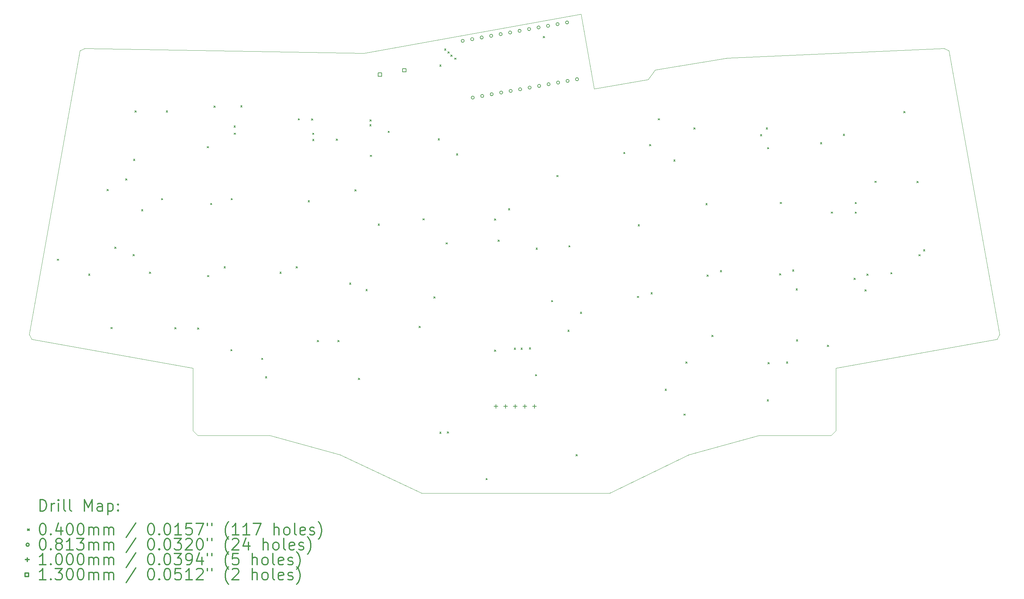
<source format=gbr>
%FSLAX45Y45*%
G04 Gerber Fmt 4.5, Leading zero omitted, Abs format (unit mm)*
G04 Created by KiCad (PCBNEW (5.1.12)-1) date 2022-03-16 07:26:37*
%MOMM*%
%LPD*%
G01*
G04 APERTURE LIST*
%TA.AperFunction,Profile*%
%ADD10C,0.050000*%
%TD*%
%ADD11C,0.200000*%
%ADD12C,0.300000*%
G04 APERTURE END LIST*
D10*
X23241000Y-13081000D02*
X23368000Y-12954000D01*
X10287000Y-13589000D02*
X12446000Y-14605000D01*
X8445500Y-13081000D02*
X10287000Y-13589000D01*
X6540500Y-13081000D02*
X8445500Y-13081000D01*
X6413500Y-12954000D02*
X6540500Y-13081000D01*
X6413500Y-11303000D02*
X6413500Y-12954000D01*
X2159000Y-10541000D02*
X6413500Y-11303000D01*
X2095500Y-10414000D02*
X2159000Y-10541000D01*
X3429000Y-2921000D02*
X2095500Y-10414000D01*
X3556000Y-2857500D02*
X3429000Y-2921000D01*
X10922000Y-2984500D02*
X3556000Y-2857500D01*
X16649700Y-1955800D02*
X10922000Y-2984500D01*
X16998950Y-3930650D02*
X16649700Y-1955800D01*
X18415000Y-3683000D02*
X16998950Y-3930650D01*
X18605500Y-3429000D02*
X18415000Y-3683000D01*
X20510500Y-3111500D02*
X18605500Y-3429000D01*
X26225500Y-2857500D02*
X20510500Y-3111500D01*
X26352500Y-2921000D02*
X26225500Y-2857500D01*
X27686000Y-10414000D02*
X26352500Y-2921000D01*
X27622500Y-10541000D02*
X27686000Y-10414000D01*
X23368000Y-11303000D02*
X27622500Y-10541000D01*
X23368000Y-12954000D02*
X23368000Y-11303000D01*
X21336000Y-13081000D02*
X23241000Y-13081000D01*
X19494500Y-13589000D02*
X21336000Y-13081000D01*
X17399000Y-14605000D02*
X19494500Y-13589000D01*
X12446000Y-14605000D02*
X17399000Y-14605000D01*
D11*
X2831150Y-8419150D02*
X2871150Y-8459150D01*
X2871150Y-8419150D02*
X2831150Y-8459150D01*
X3656650Y-8812850D02*
X3696650Y-8852850D01*
X3696650Y-8812850D02*
X3656650Y-8852850D01*
X4145600Y-6577650D02*
X4185600Y-6617650D01*
X4185600Y-6577650D02*
X4145600Y-6617650D01*
X4247200Y-10222550D02*
X4287200Y-10262550D01*
X4287200Y-10222550D02*
X4247200Y-10262550D01*
X4348800Y-8101650D02*
X4388800Y-8141650D01*
X4388800Y-8101650D02*
X4348800Y-8141650D01*
X4634550Y-6298250D02*
X4674550Y-6338250D01*
X4674550Y-6298250D02*
X4634550Y-6338250D01*
X4831400Y-8298500D02*
X4871400Y-8338500D01*
X4871400Y-8298500D02*
X4831400Y-8338500D01*
X4844100Y-5783900D02*
X4884100Y-5823900D01*
X4884100Y-5783900D02*
X4844100Y-5823900D01*
X4882200Y-4501200D02*
X4922200Y-4541200D01*
X4922200Y-4501200D02*
X4882200Y-4541200D01*
X5053650Y-7111050D02*
X5093650Y-7151050D01*
X5093650Y-7111050D02*
X5053650Y-7151050D01*
X5263200Y-8762050D02*
X5303200Y-8802050D01*
X5303200Y-8762050D02*
X5263200Y-8802050D01*
X5580700Y-6818950D02*
X5620700Y-6858950D01*
X5620700Y-6818950D02*
X5580700Y-6858950D01*
X5707700Y-4501200D02*
X5747700Y-4541200D01*
X5747700Y-4501200D02*
X5707700Y-4541200D01*
X5929950Y-10228900D02*
X5969950Y-10268900D01*
X5969950Y-10228900D02*
X5929950Y-10268900D01*
X6533200Y-10235250D02*
X6573200Y-10275250D01*
X6573200Y-10235250D02*
X6533200Y-10275250D01*
X6787200Y-5447350D02*
X6827200Y-5487350D01*
X6827200Y-5447350D02*
X6787200Y-5487350D01*
X6793550Y-8850950D02*
X6833550Y-8890950D01*
X6833550Y-8850950D02*
X6793550Y-8890950D01*
X6876100Y-6945950D02*
X6916100Y-6985950D01*
X6916100Y-6945950D02*
X6876100Y-6985950D01*
X6965000Y-4374200D02*
X7005000Y-4414200D01*
X7005000Y-4374200D02*
X6965000Y-4414200D01*
X7231700Y-8616000D02*
X7271700Y-8656000D01*
X7271700Y-8616000D02*
X7231700Y-8656000D01*
X7409500Y-10806750D02*
X7449500Y-10846750D01*
X7449500Y-10806750D02*
X7409500Y-10846750D01*
X7415850Y-6818950D02*
X7455850Y-6858950D01*
X7455850Y-6818950D02*
X7415850Y-6858950D01*
X7492050Y-4901250D02*
X7532050Y-4941250D01*
X7532050Y-4901250D02*
X7492050Y-4941250D01*
X7498400Y-5091750D02*
X7538400Y-5131750D01*
X7538400Y-5091750D02*
X7498400Y-5131750D01*
X7669850Y-4367850D02*
X7709850Y-4407850D01*
X7709850Y-4367850D02*
X7669850Y-4407850D01*
X8222300Y-11035350D02*
X8262300Y-11075350D01*
X8262300Y-11035350D02*
X8222300Y-11075350D01*
X8323900Y-11524300D02*
X8363900Y-11564300D01*
X8363900Y-11524300D02*
X8323900Y-11564300D01*
X8704900Y-8762050D02*
X8744900Y-8802050D01*
X8744900Y-8762050D02*
X8704900Y-8802050D01*
X9130350Y-8616000D02*
X9170350Y-8656000D01*
X9170350Y-8616000D02*
X9130350Y-8656000D01*
X9187500Y-4710750D02*
X9227500Y-4750750D01*
X9227500Y-4710750D02*
X9187500Y-4750750D01*
X9447850Y-6876100D02*
X9487850Y-6916100D01*
X9487850Y-6876100D02*
X9447850Y-6916100D01*
X9536750Y-4717100D02*
X9576750Y-4757100D01*
X9576750Y-4717100D02*
X9536750Y-4757100D01*
X9568500Y-5091750D02*
X9608500Y-5131750D01*
X9608500Y-5091750D02*
X9568500Y-5131750D01*
X9568500Y-5256850D02*
X9608500Y-5296850D01*
X9608500Y-5256850D02*
X9568500Y-5296850D01*
X9689150Y-10565450D02*
X9729150Y-10605450D01*
X9729150Y-10565450D02*
X9689150Y-10605450D01*
X10190800Y-5250500D02*
X10230800Y-5290500D01*
X10230800Y-5250500D02*
X10190800Y-5290500D01*
X10230969Y-10565450D02*
X10270969Y-10605450D01*
X10270969Y-10565450D02*
X10230969Y-10605450D01*
X10540050Y-9047800D02*
X10580050Y-9087800D01*
X10580050Y-9047800D02*
X10540050Y-9087800D01*
X10679750Y-6584000D02*
X10719750Y-6624000D01*
X10719750Y-6584000D02*
X10679750Y-6624000D01*
X10775000Y-11562400D02*
X10815000Y-11602400D01*
X10815000Y-11562400D02*
X10775000Y-11602400D01*
X10971850Y-9219250D02*
X11011850Y-9259250D01*
X11011850Y-9219250D02*
X10971850Y-9259250D01*
X11073450Y-4869500D02*
X11113450Y-4909500D01*
X11113450Y-4869500D02*
X11073450Y-4909500D01*
X11079800Y-4742500D02*
X11119800Y-4782500D01*
X11119800Y-4742500D02*
X11079800Y-4782500D01*
X11086150Y-5675950D02*
X11126150Y-5715950D01*
X11126150Y-5675950D02*
X11086150Y-5715950D01*
X11295700Y-7492050D02*
X11335700Y-7532050D01*
X11335700Y-7492050D02*
X11295700Y-7532050D01*
X11556050Y-5040950D02*
X11596050Y-5080950D01*
X11596050Y-5040950D02*
X11556050Y-5080950D01*
X12375200Y-10190800D02*
X12415200Y-10230800D01*
X12415200Y-10190800D02*
X12375200Y-10230800D01*
X12476800Y-7352350D02*
X12516800Y-7392350D01*
X12516800Y-7352350D02*
X12476800Y-7392350D01*
X12762550Y-9416100D02*
X12802550Y-9456100D01*
X12802550Y-9416100D02*
X12762550Y-9456100D01*
X12876850Y-5237800D02*
X12916850Y-5277800D01*
X12916850Y-5237800D02*
X12876850Y-5277800D01*
X12921300Y-3294700D02*
X12961300Y-3334700D01*
X12961300Y-3294700D02*
X12921300Y-3334700D01*
X12921300Y-12984800D02*
X12961300Y-13024800D01*
X12961300Y-12984800D02*
X12921300Y-13024800D01*
X13048300Y-2869250D02*
X13088300Y-2909250D01*
X13088300Y-2869250D02*
X13048300Y-2909250D01*
X13086400Y-7987350D02*
X13126400Y-8027350D01*
X13126400Y-7987350D02*
X13086400Y-8027350D01*
X13118150Y-12978450D02*
X13158150Y-13018450D01*
X13158150Y-12978450D02*
X13118150Y-13018450D01*
X13137200Y-2945450D02*
X13177200Y-2985450D01*
X13177200Y-2945450D02*
X13137200Y-2985450D01*
X13213400Y-3028000D02*
X13253400Y-3068000D01*
X13253400Y-3028000D02*
X13213400Y-3068000D01*
X13315000Y-3110550D02*
X13355000Y-3150550D01*
X13355000Y-3110550D02*
X13315000Y-3150550D01*
X13359450Y-5637850D02*
X13399450Y-5677850D01*
X13399450Y-5637850D02*
X13359450Y-5677850D01*
X14140500Y-14210350D02*
X14180500Y-14250350D01*
X14180500Y-14210350D02*
X14140500Y-14250350D01*
X14362750Y-7358700D02*
X14402750Y-7398700D01*
X14402750Y-7358700D02*
X14362750Y-7398700D01*
X14362750Y-10819450D02*
X14402750Y-10859450D01*
X14402750Y-10819450D02*
X14362750Y-10859450D01*
X14458000Y-7917500D02*
X14498000Y-7957500D01*
X14498000Y-7917500D02*
X14458000Y-7957500D01*
X14731050Y-7085650D02*
X14771050Y-7125650D01*
X14771050Y-7085650D02*
X14731050Y-7125650D01*
X14883450Y-10768650D02*
X14923450Y-10808650D01*
X14923450Y-10768650D02*
X14883450Y-10808650D01*
X15061250Y-10768650D02*
X15101250Y-10808650D01*
X15101250Y-10768650D02*
X15061250Y-10808650D01*
X15283500Y-10762300D02*
X15323500Y-10802300D01*
X15323500Y-10762300D02*
X15283500Y-10802300D01*
X15442250Y-11467150D02*
X15482250Y-11507150D01*
X15482250Y-11467150D02*
X15442250Y-11507150D01*
X15461300Y-8127050D02*
X15501300Y-8167050D01*
X15501300Y-8127050D02*
X15461300Y-8167050D01*
X15651800Y-2539050D02*
X15691800Y-2579050D01*
X15691800Y-2539050D02*
X15651800Y-2579050D01*
X15867700Y-9511350D02*
X15907700Y-9551350D01*
X15907700Y-9511350D02*
X15867700Y-9551350D01*
X16007400Y-6209350D02*
X16047400Y-6249350D01*
X16047400Y-6209350D02*
X16007400Y-6249350D01*
X16298121Y-10297371D02*
X16338121Y-10337371D01*
X16338121Y-10297371D02*
X16298121Y-10337371D01*
X16324900Y-8063550D02*
X16364900Y-8103550D01*
X16364900Y-8063550D02*
X16324900Y-8103550D01*
X16515400Y-13581700D02*
X16555400Y-13621700D01*
X16555400Y-13581700D02*
X16515400Y-13621700D01*
X16629700Y-9822500D02*
X16669700Y-9862500D01*
X16669700Y-9822500D02*
X16629700Y-9862500D01*
X17772700Y-5599750D02*
X17812700Y-5639750D01*
X17812700Y-5599750D02*
X17772700Y-5639750D01*
X18132939Y-9401689D02*
X18172939Y-9441689D01*
X18172939Y-9401689D02*
X18132939Y-9441689D01*
X18153700Y-7511100D02*
X18193700Y-7551100D01*
X18193700Y-7511100D02*
X18153700Y-7551100D01*
X18452150Y-5390200D02*
X18492150Y-5430200D01*
X18492150Y-5390200D02*
X18452150Y-5430200D01*
X18490250Y-9301800D02*
X18530250Y-9341800D01*
X18530250Y-9301800D02*
X18490250Y-9341800D01*
X18680750Y-4710750D02*
X18720750Y-4750750D01*
X18720750Y-4710750D02*
X18680750Y-4750750D01*
X18864900Y-11854500D02*
X18904900Y-11894500D01*
X18904900Y-11854500D02*
X18864900Y-11894500D01*
X19093500Y-5796600D02*
X19133500Y-5836600D01*
X19133500Y-5796600D02*
X19093500Y-5836600D01*
X19360200Y-12508550D02*
X19400200Y-12548550D01*
X19400200Y-12508550D02*
X19360200Y-12548550D01*
X19411000Y-11130600D02*
X19451000Y-11170600D01*
X19451000Y-11130600D02*
X19411000Y-11170600D01*
X19620550Y-4952050D02*
X19660550Y-4992050D01*
X19660550Y-4952050D02*
X19620550Y-4992050D01*
X19938050Y-6952300D02*
X19978050Y-6992300D01*
X19978050Y-6952300D02*
X19938050Y-6992300D01*
X19967756Y-8836206D02*
X20007756Y-8876206D01*
X20007756Y-8836206D02*
X19967756Y-8876206D01*
X20096800Y-10432100D02*
X20136800Y-10472100D01*
X20136800Y-10432100D02*
X20096800Y-10472100D01*
X20319050Y-8717600D02*
X20359050Y-8757600D01*
X20359050Y-8717600D02*
X20319050Y-8757600D01*
X21379500Y-5129850D02*
X21419500Y-5169850D01*
X21419500Y-5129850D02*
X21379500Y-5169850D01*
X21531900Y-4952050D02*
X21571900Y-4992050D01*
X21571900Y-4952050D02*
X21531900Y-4992050D01*
X21557300Y-12133900D02*
X21597300Y-12173900D01*
X21597300Y-12133900D02*
X21557300Y-12173900D01*
X21563650Y-5472750D02*
X21603650Y-5512750D01*
X21603650Y-5472750D02*
X21563650Y-5512750D01*
X21576350Y-11149650D02*
X21616350Y-11189650D01*
X21616350Y-11149650D02*
X21576350Y-11189650D01*
X21885056Y-8804056D02*
X21925056Y-8844056D01*
X21925056Y-8804056D02*
X21885056Y-8844056D01*
X21900200Y-6920550D02*
X21940200Y-6960550D01*
X21940200Y-6920550D02*
X21900200Y-6960550D01*
X22065300Y-11130600D02*
X22105300Y-11170600D01*
X22105300Y-11130600D02*
X22065300Y-11170600D01*
X22224050Y-8704900D02*
X22264050Y-8744900D01*
X22264050Y-8704900D02*
X22224050Y-8744900D01*
X22319300Y-9200200D02*
X22359300Y-9240200D01*
X22359300Y-9200200D02*
X22319300Y-9240200D01*
X22325650Y-10546400D02*
X22365650Y-10586400D01*
X22365650Y-10546400D02*
X22325650Y-10586400D01*
X22960650Y-5339400D02*
X23000650Y-5379400D01*
X23000650Y-5339400D02*
X22960650Y-5379400D01*
X23144800Y-10692450D02*
X23184800Y-10732450D01*
X23184800Y-10692450D02*
X23144800Y-10732450D01*
X23246400Y-7174550D02*
X23286400Y-7214550D01*
X23286400Y-7174550D02*
X23246400Y-7214550D01*
X23563900Y-5123500D02*
X23603900Y-5163500D01*
X23603900Y-5123500D02*
X23563900Y-5163500D01*
X23843598Y-8920502D02*
X23883598Y-8960502D01*
X23883598Y-8920502D02*
X23843598Y-8960502D01*
X23875050Y-6920550D02*
X23915050Y-6960550D01*
X23915050Y-6920550D02*
X23875050Y-6960550D01*
X23875050Y-7174550D02*
X23915050Y-7214550D01*
X23915050Y-7174550D02*
X23875050Y-7214550D01*
X24135400Y-9225600D02*
X24175400Y-9265600D01*
X24175400Y-9225600D02*
X24135400Y-9265600D01*
X24186200Y-8812850D02*
X24226200Y-8852850D01*
X24226200Y-8812850D02*
X24186200Y-8852850D01*
X24395750Y-6361750D02*
X24435750Y-6401750D01*
X24435750Y-6361750D02*
X24395750Y-6401750D01*
X24814850Y-8774750D02*
X24854850Y-8814750D01*
X24854850Y-8774750D02*
X24814850Y-8814750D01*
X25157750Y-4520250D02*
X25197750Y-4560250D01*
X25197750Y-4520250D02*
X25157750Y-4560250D01*
X25507000Y-6368100D02*
X25547000Y-6408100D01*
X25547000Y-6368100D02*
X25507000Y-6408100D01*
X25554625Y-8301675D02*
X25594625Y-8341675D01*
X25594625Y-8301675D02*
X25554625Y-8341675D01*
X25678450Y-8171500D02*
X25718450Y-8211500D01*
X25718450Y-8171500D02*
X25678450Y-8211500D01*
X13568770Y-2659464D02*
G75*
G03*
X13568770Y-2659464I-40640J0D01*
G01*
X13818911Y-2615358D02*
G75*
G03*
X13818911Y-2615358I-40640J0D01*
G01*
X13833062Y-4158342D02*
G75*
G03*
X13833062Y-4158342I-40640J0D01*
G01*
X14069052Y-2571251D02*
G75*
G03*
X14069052Y-2571251I-40640J0D01*
G01*
X14083203Y-4114235D02*
G75*
G03*
X14083203Y-4114235I-40640J0D01*
G01*
X14319193Y-2527144D02*
G75*
G03*
X14319193Y-2527144I-40640J0D01*
G01*
X14333345Y-4070128D02*
G75*
G03*
X14333345Y-4070128I-40640J0D01*
G01*
X14569334Y-2483038D02*
G75*
G03*
X14569334Y-2483038I-40640J0D01*
G01*
X14583486Y-4026022D02*
G75*
G03*
X14583486Y-4026022I-40640J0D01*
G01*
X14819476Y-2438931D02*
G75*
G03*
X14819476Y-2438931I-40640J0D01*
G01*
X14833627Y-3981915D02*
G75*
G03*
X14833627Y-3981915I-40640J0D01*
G01*
X15069617Y-2394825D02*
G75*
G03*
X15069617Y-2394825I-40640J0D01*
G01*
X15083768Y-3937809D02*
G75*
G03*
X15083768Y-3937809I-40640J0D01*
G01*
X15319758Y-2350718D02*
G75*
G03*
X15319758Y-2350718I-40640J0D01*
G01*
X15333909Y-3893702D02*
G75*
G03*
X15333909Y-3893702I-40640J0D01*
G01*
X15569899Y-2306611D02*
G75*
G03*
X15569899Y-2306611I-40640J0D01*
G01*
X15584051Y-3849595D02*
G75*
G03*
X15584051Y-3849595I-40640J0D01*
G01*
X15820040Y-2262505D02*
G75*
G03*
X15820040Y-2262505I-40640J0D01*
G01*
X15834192Y-3805489D02*
G75*
G03*
X15834192Y-3805489I-40640J0D01*
G01*
X16070181Y-2218398D02*
G75*
G03*
X16070181Y-2218398I-40640J0D01*
G01*
X16084333Y-3761382D02*
G75*
G03*
X16084333Y-3761382I-40640J0D01*
G01*
X16320323Y-2174291D02*
G75*
G03*
X16320323Y-2174291I-40640J0D01*
G01*
X16334474Y-3717275D02*
G75*
G03*
X16334474Y-3717275I-40640J0D01*
G01*
X16584615Y-3673169D02*
G75*
G03*
X16584615Y-3673169I-40640J0D01*
G01*
X14401800Y-12256300D02*
X14401800Y-12356300D01*
X14351800Y-12306300D02*
X14451800Y-12306300D01*
X14655800Y-12256300D02*
X14655800Y-12356300D01*
X14605800Y-12306300D02*
X14705800Y-12306300D01*
X14909800Y-12256300D02*
X14909800Y-12356300D01*
X14859800Y-12306300D02*
X14959800Y-12306300D01*
X15163800Y-12256300D02*
X15163800Y-12356300D01*
X15113800Y-12306300D02*
X15213800Y-12306300D01*
X15417800Y-12256300D02*
X15417800Y-12356300D01*
X15367800Y-12306300D02*
X15467800Y-12306300D01*
X11390850Y-3594898D02*
X11390850Y-3502973D01*
X11298925Y-3502973D01*
X11298925Y-3594898D01*
X11390850Y-3594898D01*
X12030975Y-3482027D02*
X12030975Y-3390102D01*
X11939050Y-3390102D01*
X11939050Y-3482027D01*
X12030975Y-3482027D01*
D12*
X2379428Y-15073214D02*
X2379428Y-14773214D01*
X2450857Y-14773214D01*
X2493714Y-14787500D01*
X2522286Y-14816071D01*
X2536571Y-14844643D01*
X2550857Y-14901786D01*
X2550857Y-14944643D01*
X2536571Y-15001786D01*
X2522286Y-15030357D01*
X2493714Y-15058929D01*
X2450857Y-15073214D01*
X2379428Y-15073214D01*
X2679428Y-15073214D02*
X2679428Y-14873214D01*
X2679428Y-14930357D02*
X2693714Y-14901786D01*
X2708000Y-14887500D01*
X2736571Y-14873214D01*
X2765143Y-14873214D01*
X2865143Y-15073214D02*
X2865143Y-14873214D01*
X2865143Y-14773214D02*
X2850857Y-14787500D01*
X2865143Y-14801786D01*
X2879428Y-14787500D01*
X2865143Y-14773214D01*
X2865143Y-14801786D01*
X3050857Y-15073214D02*
X3022286Y-15058929D01*
X3008000Y-15030357D01*
X3008000Y-14773214D01*
X3208000Y-15073214D02*
X3179428Y-15058929D01*
X3165143Y-15030357D01*
X3165143Y-14773214D01*
X3550857Y-15073214D02*
X3550857Y-14773214D01*
X3650857Y-14987500D01*
X3750857Y-14773214D01*
X3750857Y-15073214D01*
X4022286Y-15073214D02*
X4022286Y-14916071D01*
X4008000Y-14887500D01*
X3979428Y-14873214D01*
X3922286Y-14873214D01*
X3893714Y-14887500D01*
X4022286Y-15058929D02*
X3993714Y-15073214D01*
X3922286Y-15073214D01*
X3893714Y-15058929D01*
X3879428Y-15030357D01*
X3879428Y-15001786D01*
X3893714Y-14973214D01*
X3922286Y-14958929D01*
X3993714Y-14958929D01*
X4022286Y-14944643D01*
X4165143Y-14873214D02*
X4165143Y-15173214D01*
X4165143Y-14887500D02*
X4193714Y-14873214D01*
X4250857Y-14873214D01*
X4279428Y-14887500D01*
X4293714Y-14901786D01*
X4308000Y-14930357D01*
X4308000Y-15016071D01*
X4293714Y-15044643D01*
X4279428Y-15058929D01*
X4250857Y-15073214D01*
X4193714Y-15073214D01*
X4165143Y-15058929D01*
X4436571Y-15044643D02*
X4450857Y-15058929D01*
X4436571Y-15073214D01*
X4422286Y-15058929D01*
X4436571Y-15044643D01*
X4436571Y-15073214D01*
X4436571Y-14887500D02*
X4450857Y-14901786D01*
X4436571Y-14916071D01*
X4422286Y-14901786D01*
X4436571Y-14887500D01*
X4436571Y-14916071D01*
X2053000Y-15547500D02*
X2093000Y-15587500D01*
X2093000Y-15547500D02*
X2053000Y-15587500D01*
X2436571Y-15403214D02*
X2465143Y-15403214D01*
X2493714Y-15417500D01*
X2508000Y-15431786D01*
X2522286Y-15460357D01*
X2536571Y-15517500D01*
X2536571Y-15588929D01*
X2522286Y-15646071D01*
X2508000Y-15674643D01*
X2493714Y-15688929D01*
X2465143Y-15703214D01*
X2436571Y-15703214D01*
X2408000Y-15688929D01*
X2393714Y-15674643D01*
X2379428Y-15646071D01*
X2365143Y-15588929D01*
X2365143Y-15517500D01*
X2379428Y-15460357D01*
X2393714Y-15431786D01*
X2408000Y-15417500D01*
X2436571Y-15403214D01*
X2665143Y-15674643D02*
X2679428Y-15688929D01*
X2665143Y-15703214D01*
X2650857Y-15688929D01*
X2665143Y-15674643D01*
X2665143Y-15703214D01*
X2936571Y-15503214D02*
X2936571Y-15703214D01*
X2865143Y-15388929D02*
X2793714Y-15603214D01*
X2979428Y-15603214D01*
X3150857Y-15403214D02*
X3179428Y-15403214D01*
X3208000Y-15417500D01*
X3222286Y-15431786D01*
X3236571Y-15460357D01*
X3250857Y-15517500D01*
X3250857Y-15588929D01*
X3236571Y-15646071D01*
X3222286Y-15674643D01*
X3208000Y-15688929D01*
X3179428Y-15703214D01*
X3150857Y-15703214D01*
X3122286Y-15688929D01*
X3108000Y-15674643D01*
X3093714Y-15646071D01*
X3079428Y-15588929D01*
X3079428Y-15517500D01*
X3093714Y-15460357D01*
X3108000Y-15431786D01*
X3122286Y-15417500D01*
X3150857Y-15403214D01*
X3436571Y-15403214D02*
X3465143Y-15403214D01*
X3493714Y-15417500D01*
X3508000Y-15431786D01*
X3522286Y-15460357D01*
X3536571Y-15517500D01*
X3536571Y-15588929D01*
X3522286Y-15646071D01*
X3508000Y-15674643D01*
X3493714Y-15688929D01*
X3465143Y-15703214D01*
X3436571Y-15703214D01*
X3408000Y-15688929D01*
X3393714Y-15674643D01*
X3379428Y-15646071D01*
X3365143Y-15588929D01*
X3365143Y-15517500D01*
X3379428Y-15460357D01*
X3393714Y-15431786D01*
X3408000Y-15417500D01*
X3436571Y-15403214D01*
X3665143Y-15703214D02*
X3665143Y-15503214D01*
X3665143Y-15531786D02*
X3679428Y-15517500D01*
X3708000Y-15503214D01*
X3750857Y-15503214D01*
X3779428Y-15517500D01*
X3793714Y-15546071D01*
X3793714Y-15703214D01*
X3793714Y-15546071D02*
X3808000Y-15517500D01*
X3836571Y-15503214D01*
X3879428Y-15503214D01*
X3908000Y-15517500D01*
X3922286Y-15546071D01*
X3922286Y-15703214D01*
X4065143Y-15703214D02*
X4065143Y-15503214D01*
X4065143Y-15531786D02*
X4079428Y-15517500D01*
X4108000Y-15503214D01*
X4150857Y-15503214D01*
X4179428Y-15517500D01*
X4193714Y-15546071D01*
X4193714Y-15703214D01*
X4193714Y-15546071D02*
X4208000Y-15517500D01*
X4236571Y-15503214D01*
X4279428Y-15503214D01*
X4308000Y-15517500D01*
X4322286Y-15546071D01*
X4322286Y-15703214D01*
X4908000Y-15388929D02*
X4650857Y-15774643D01*
X5293714Y-15403214D02*
X5322286Y-15403214D01*
X5350857Y-15417500D01*
X5365143Y-15431786D01*
X5379428Y-15460357D01*
X5393714Y-15517500D01*
X5393714Y-15588929D01*
X5379428Y-15646071D01*
X5365143Y-15674643D01*
X5350857Y-15688929D01*
X5322286Y-15703214D01*
X5293714Y-15703214D01*
X5265143Y-15688929D01*
X5250857Y-15674643D01*
X5236571Y-15646071D01*
X5222286Y-15588929D01*
X5222286Y-15517500D01*
X5236571Y-15460357D01*
X5250857Y-15431786D01*
X5265143Y-15417500D01*
X5293714Y-15403214D01*
X5522286Y-15674643D02*
X5536571Y-15688929D01*
X5522286Y-15703214D01*
X5508000Y-15688929D01*
X5522286Y-15674643D01*
X5522286Y-15703214D01*
X5722286Y-15403214D02*
X5750857Y-15403214D01*
X5779428Y-15417500D01*
X5793714Y-15431786D01*
X5808000Y-15460357D01*
X5822286Y-15517500D01*
X5822286Y-15588929D01*
X5808000Y-15646071D01*
X5793714Y-15674643D01*
X5779428Y-15688929D01*
X5750857Y-15703214D01*
X5722286Y-15703214D01*
X5693714Y-15688929D01*
X5679428Y-15674643D01*
X5665143Y-15646071D01*
X5650857Y-15588929D01*
X5650857Y-15517500D01*
X5665143Y-15460357D01*
X5679428Y-15431786D01*
X5693714Y-15417500D01*
X5722286Y-15403214D01*
X6108000Y-15703214D02*
X5936571Y-15703214D01*
X6022286Y-15703214D02*
X6022286Y-15403214D01*
X5993714Y-15446071D01*
X5965143Y-15474643D01*
X5936571Y-15488929D01*
X6379428Y-15403214D02*
X6236571Y-15403214D01*
X6222286Y-15546071D01*
X6236571Y-15531786D01*
X6265143Y-15517500D01*
X6336571Y-15517500D01*
X6365143Y-15531786D01*
X6379428Y-15546071D01*
X6393714Y-15574643D01*
X6393714Y-15646071D01*
X6379428Y-15674643D01*
X6365143Y-15688929D01*
X6336571Y-15703214D01*
X6265143Y-15703214D01*
X6236571Y-15688929D01*
X6222286Y-15674643D01*
X6493714Y-15403214D02*
X6693714Y-15403214D01*
X6565143Y-15703214D01*
X6793714Y-15403214D02*
X6793714Y-15460357D01*
X6908000Y-15403214D02*
X6908000Y-15460357D01*
X7350857Y-15817500D02*
X7336571Y-15803214D01*
X7308000Y-15760357D01*
X7293714Y-15731786D01*
X7279428Y-15688929D01*
X7265143Y-15617500D01*
X7265143Y-15560357D01*
X7279428Y-15488929D01*
X7293714Y-15446071D01*
X7308000Y-15417500D01*
X7336571Y-15374643D01*
X7350857Y-15360357D01*
X7622286Y-15703214D02*
X7450857Y-15703214D01*
X7536571Y-15703214D02*
X7536571Y-15403214D01*
X7508000Y-15446071D01*
X7479428Y-15474643D01*
X7450857Y-15488929D01*
X7908000Y-15703214D02*
X7736571Y-15703214D01*
X7822286Y-15703214D02*
X7822286Y-15403214D01*
X7793714Y-15446071D01*
X7765143Y-15474643D01*
X7736571Y-15488929D01*
X8008000Y-15403214D02*
X8208000Y-15403214D01*
X8079428Y-15703214D01*
X8550857Y-15703214D02*
X8550857Y-15403214D01*
X8679428Y-15703214D02*
X8679428Y-15546071D01*
X8665143Y-15517500D01*
X8636571Y-15503214D01*
X8593714Y-15503214D01*
X8565143Y-15517500D01*
X8550857Y-15531786D01*
X8865143Y-15703214D02*
X8836571Y-15688929D01*
X8822286Y-15674643D01*
X8808000Y-15646071D01*
X8808000Y-15560357D01*
X8822286Y-15531786D01*
X8836571Y-15517500D01*
X8865143Y-15503214D01*
X8908000Y-15503214D01*
X8936571Y-15517500D01*
X8950857Y-15531786D01*
X8965143Y-15560357D01*
X8965143Y-15646071D01*
X8950857Y-15674643D01*
X8936571Y-15688929D01*
X8908000Y-15703214D01*
X8865143Y-15703214D01*
X9136571Y-15703214D02*
X9108000Y-15688929D01*
X9093714Y-15660357D01*
X9093714Y-15403214D01*
X9365143Y-15688929D02*
X9336571Y-15703214D01*
X9279428Y-15703214D01*
X9250857Y-15688929D01*
X9236571Y-15660357D01*
X9236571Y-15546071D01*
X9250857Y-15517500D01*
X9279428Y-15503214D01*
X9336571Y-15503214D01*
X9365143Y-15517500D01*
X9379428Y-15546071D01*
X9379428Y-15574643D01*
X9236571Y-15603214D01*
X9493714Y-15688929D02*
X9522286Y-15703214D01*
X9579428Y-15703214D01*
X9608000Y-15688929D01*
X9622286Y-15660357D01*
X9622286Y-15646071D01*
X9608000Y-15617500D01*
X9579428Y-15603214D01*
X9536571Y-15603214D01*
X9508000Y-15588929D01*
X9493714Y-15560357D01*
X9493714Y-15546071D01*
X9508000Y-15517500D01*
X9536571Y-15503214D01*
X9579428Y-15503214D01*
X9608000Y-15517500D01*
X9722286Y-15817500D02*
X9736571Y-15803214D01*
X9765143Y-15760357D01*
X9779428Y-15731786D01*
X9793714Y-15688929D01*
X9808000Y-15617500D01*
X9808000Y-15560357D01*
X9793714Y-15488929D01*
X9779428Y-15446071D01*
X9765143Y-15417500D01*
X9736571Y-15374643D01*
X9722286Y-15360357D01*
X2093000Y-15963500D02*
G75*
G03*
X2093000Y-15963500I-40640J0D01*
G01*
X2436571Y-15799214D02*
X2465143Y-15799214D01*
X2493714Y-15813500D01*
X2508000Y-15827786D01*
X2522286Y-15856357D01*
X2536571Y-15913500D01*
X2536571Y-15984929D01*
X2522286Y-16042071D01*
X2508000Y-16070643D01*
X2493714Y-16084929D01*
X2465143Y-16099214D01*
X2436571Y-16099214D01*
X2408000Y-16084929D01*
X2393714Y-16070643D01*
X2379428Y-16042071D01*
X2365143Y-15984929D01*
X2365143Y-15913500D01*
X2379428Y-15856357D01*
X2393714Y-15827786D01*
X2408000Y-15813500D01*
X2436571Y-15799214D01*
X2665143Y-16070643D02*
X2679428Y-16084929D01*
X2665143Y-16099214D01*
X2650857Y-16084929D01*
X2665143Y-16070643D01*
X2665143Y-16099214D01*
X2850857Y-15927786D02*
X2822286Y-15913500D01*
X2808000Y-15899214D01*
X2793714Y-15870643D01*
X2793714Y-15856357D01*
X2808000Y-15827786D01*
X2822286Y-15813500D01*
X2850857Y-15799214D01*
X2908000Y-15799214D01*
X2936571Y-15813500D01*
X2950857Y-15827786D01*
X2965143Y-15856357D01*
X2965143Y-15870643D01*
X2950857Y-15899214D01*
X2936571Y-15913500D01*
X2908000Y-15927786D01*
X2850857Y-15927786D01*
X2822286Y-15942071D01*
X2808000Y-15956357D01*
X2793714Y-15984929D01*
X2793714Y-16042071D01*
X2808000Y-16070643D01*
X2822286Y-16084929D01*
X2850857Y-16099214D01*
X2908000Y-16099214D01*
X2936571Y-16084929D01*
X2950857Y-16070643D01*
X2965143Y-16042071D01*
X2965143Y-15984929D01*
X2950857Y-15956357D01*
X2936571Y-15942071D01*
X2908000Y-15927786D01*
X3250857Y-16099214D02*
X3079428Y-16099214D01*
X3165143Y-16099214D02*
X3165143Y-15799214D01*
X3136571Y-15842071D01*
X3108000Y-15870643D01*
X3079428Y-15884929D01*
X3350857Y-15799214D02*
X3536571Y-15799214D01*
X3436571Y-15913500D01*
X3479428Y-15913500D01*
X3508000Y-15927786D01*
X3522286Y-15942071D01*
X3536571Y-15970643D01*
X3536571Y-16042071D01*
X3522286Y-16070643D01*
X3508000Y-16084929D01*
X3479428Y-16099214D01*
X3393714Y-16099214D01*
X3365143Y-16084929D01*
X3350857Y-16070643D01*
X3665143Y-16099214D02*
X3665143Y-15899214D01*
X3665143Y-15927786D02*
X3679428Y-15913500D01*
X3708000Y-15899214D01*
X3750857Y-15899214D01*
X3779428Y-15913500D01*
X3793714Y-15942071D01*
X3793714Y-16099214D01*
X3793714Y-15942071D02*
X3808000Y-15913500D01*
X3836571Y-15899214D01*
X3879428Y-15899214D01*
X3908000Y-15913500D01*
X3922286Y-15942071D01*
X3922286Y-16099214D01*
X4065143Y-16099214D02*
X4065143Y-15899214D01*
X4065143Y-15927786D02*
X4079428Y-15913500D01*
X4108000Y-15899214D01*
X4150857Y-15899214D01*
X4179428Y-15913500D01*
X4193714Y-15942071D01*
X4193714Y-16099214D01*
X4193714Y-15942071D02*
X4208000Y-15913500D01*
X4236571Y-15899214D01*
X4279428Y-15899214D01*
X4308000Y-15913500D01*
X4322286Y-15942071D01*
X4322286Y-16099214D01*
X4908000Y-15784929D02*
X4650857Y-16170643D01*
X5293714Y-15799214D02*
X5322286Y-15799214D01*
X5350857Y-15813500D01*
X5365143Y-15827786D01*
X5379428Y-15856357D01*
X5393714Y-15913500D01*
X5393714Y-15984929D01*
X5379428Y-16042071D01*
X5365143Y-16070643D01*
X5350857Y-16084929D01*
X5322286Y-16099214D01*
X5293714Y-16099214D01*
X5265143Y-16084929D01*
X5250857Y-16070643D01*
X5236571Y-16042071D01*
X5222286Y-15984929D01*
X5222286Y-15913500D01*
X5236571Y-15856357D01*
X5250857Y-15827786D01*
X5265143Y-15813500D01*
X5293714Y-15799214D01*
X5522286Y-16070643D02*
X5536571Y-16084929D01*
X5522286Y-16099214D01*
X5508000Y-16084929D01*
X5522286Y-16070643D01*
X5522286Y-16099214D01*
X5722286Y-15799214D02*
X5750857Y-15799214D01*
X5779428Y-15813500D01*
X5793714Y-15827786D01*
X5808000Y-15856357D01*
X5822286Y-15913500D01*
X5822286Y-15984929D01*
X5808000Y-16042071D01*
X5793714Y-16070643D01*
X5779428Y-16084929D01*
X5750857Y-16099214D01*
X5722286Y-16099214D01*
X5693714Y-16084929D01*
X5679428Y-16070643D01*
X5665143Y-16042071D01*
X5650857Y-15984929D01*
X5650857Y-15913500D01*
X5665143Y-15856357D01*
X5679428Y-15827786D01*
X5693714Y-15813500D01*
X5722286Y-15799214D01*
X5922286Y-15799214D02*
X6108000Y-15799214D01*
X6008000Y-15913500D01*
X6050857Y-15913500D01*
X6079428Y-15927786D01*
X6093714Y-15942071D01*
X6108000Y-15970643D01*
X6108000Y-16042071D01*
X6093714Y-16070643D01*
X6079428Y-16084929D01*
X6050857Y-16099214D01*
X5965143Y-16099214D01*
X5936571Y-16084929D01*
X5922286Y-16070643D01*
X6222286Y-15827786D02*
X6236571Y-15813500D01*
X6265143Y-15799214D01*
X6336571Y-15799214D01*
X6365143Y-15813500D01*
X6379428Y-15827786D01*
X6393714Y-15856357D01*
X6393714Y-15884929D01*
X6379428Y-15927786D01*
X6208000Y-16099214D01*
X6393714Y-16099214D01*
X6579428Y-15799214D02*
X6608000Y-15799214D01*
X6636571Y-15813500D01*
X6650857Y-15827786D01*
X6665143Y-15856357D01*
X6679428Y-15913500D01*
X6679428Y-15984929D01*
X6665143Y-16042071D01*
X6650857Y-16070643D01*
X6636571Y-16084929D01*
X6608000Y-16099214D01*
X6579428Y-16099214D01*
X6550857Y-16084929D01*
X6536571Y-16070643D01*
X6522286Y-16042071D01*
X6508000Y-15984929D01*
X6508000Y-15913500D01*
X6522286Y-15856357D01*
X6536571Y-15827786D01*
X6550857Y-15813500D01*
X6579428Y-15799214D01*
X6793714Y-15799214D02*
X6793714Y-15856357D01*
X6908000Y-15799214D02*
X6908000Y-15856357D01*
X7350857Y-16213500D02*
X7336571Y-16199214D01*
X7308000Y-16156357D01*
X7293714Y-16127786D01*
X7279428Y-16084929D01*
X7265143Y-16013500D01*
X7265143Y-15956357D01*
X7279428Y-15884929D01*
X7293714Y-15842071D01*
X7308000Y-15813500D01*
X7336571Y-15770643D01*
X7350857Y-15756357D01*
X7450857Y-15827786D02*
X7465143Y-15813500D01*
X7493714Y-15799214D01*
X7565143Y-15799214D01*
X7593714Y-15813500D01*
X7608000Y-15827786D01*
X7622286Y-15856357D01*
X7622286Y-15884929D01*
X7608000Y-15927786D01*
X7436571Y-16099214D01*
X7622286Y-16099214D01*
X7879428Y-15899214D02*
X7879428Y-16099214D01*
X7808000Y-15784929D02*
X7736571Y-15999214D01*
X7922286Y-15999214D01*
X8265143Y-16099214D02*
X8265143Y-15799214D01*
X8393714Y-16099214D02*
X8393714Y-15942071D01*
X8379428Y-15913500D01*
X8350857Y-15899214D01*
X8308000Y-15899214D01*
X8279428Y-15913500D01*
X8265143Y-15927786D01*
X8579428Y-16099214D02*
X8550857Y-16084929D01*
X8536571Y-16070643D01*
X8522286Y-16042071D01*
X8522286Y-15956357D01*
X8536571Y-15927786D01*
X8550857Y-15913500D01*
X8579428Y-15899214D01*
X8622286Y-15899214D01*
X8650857Y-15913500D01*
X8665143Y-15927786D01*
X8679428Y-15956357D01*
X8679428Y-16042071D01*
X8665143Y-16070643D01*
X8650857Y-16084929D01*
X8622286Y-16099214D01*
X8579428Y-16099214D01*
X8850857Y-16099214D02*
X8822286Y-16084929D01*
X8808000Y-16056357D01*
X8808000Y-15799214D01*
X9079428Y-16084929D02*
X9050857Y-16099214D01*
X8993714Y-16099214D01*
X8965143Y-16084929D01*
X8950857Y-16056357D01*
X8950857Y-15942071D01*
X8965143Y-15913500D01*
X8993714Y-15899214D01*
X9050857Y-15899214D01*
X9079428Y-15913500D01*
X9093714Y-15942071D01*
X9093714Y-15970643D01*
X8950857Y-15999214D01*
X9208000Y-16084929D02*
X9236571Y-16099214D01*
X9293714Y-16099214D01*
X9322286Y-16084929D01*
X9336571Y-16056357D01*
X9336571Y-16042071D01*
X9322286Y-16013500D01*
X9293714Y-15999214D01*
X9250857Y-15999214D01*
X9222286Y-15984929D01*
X9208000Y-15956357D01*
X9208000Y-15942071D01*
X9222286Y-15913500D01*
X9250857Y-15899214D01*
X9293714Y-15899214D01*
X9322286Y-15913500D01*
X9436571Y-16213500D02*
X9450857Y-16199214D01*
X9479428Y-16156357D01*
X9493714Y-16127786D01*
X9508000Y-16084929D01*
X9522286Y-16013500D01*
X9522286Y-15956357D01*
X9508000Y-15884929D01*
X9493714Y-15842071D01*
X9479428Y-15813500D01*
X9450857Y-15770643D01*
X9436571Y-15756357D01*
X2043000Y-16309500D02*
X2043000Y-16409500D01*
X1993000Y-16359500D02*
X2093000Y-16359500D01*
X2536571Y-16495214D02*
X2365143Y-16495214D01*
X2450857Y-16495214D02*
X2450857Y-16195214D01*
X2422286Y-16238071D01*
X2393714Y-16266643D01*
X2365143Y-16280929D01*
X2665143Y-16466643D02*
X2679428Y-16480929D01*
X2665143Y-16495214D01*
X2650857Y-16480929D01*
X2665143Y-16466643D01*
X2665143Y-16495214D01*
X2865143Y-16195214D02*
X2893714Y-16195214D01*
X2922286Y-16209500D01*
X2936571Y-16223786D01*
X2950857Y-16252357D01*
X2965143Y-16309500D01*
X2965143Y-16380929D01*
X2950857Y-16438071D01*
X2936571Y-16466643D01*
X2922286Y-16480929D01*
X2893714Y-16495214D01*
X2865143Y-16495214D01*
X2836571Y-16480929D01*
X2822286Y-16466643D01*
X2808000Y-16438071D01*
X2793714Y-16380929D01*
X2793714Y-16309500D01*
X2808000Y-16252357D01*
X2822286Y-16223786D01*
X2836571Y-16209500D01*
X2865143Y-16195214D01*
X3150857Y-16195214D02*
X3179428Y-16195214D01*
X3208000Y-16209500D01*
X3222286Y-16223786D01*
X3236571Y-16252357D01*
X3250857Y-16309500D01*
X3250857Y-16380929D01*
X3236571Y-16438071D01*
X3222286Y-16466643D01*
X3208000Y-16480929D01*
X3179428Y-16495214D01*
X3150857Y-16495214D01*
X3122286Y-16480929D01*
X3108000Y-16466643D01*
X3093714Y-16438071D01*
X3079428Y-16380929D01*
X3079428Y-16309500D01*
X3093714Y-16252357D01*
X3108000Y-16223786D01*
X3122286Y-16209500D01*
X3150857Y-16195214D01*
X3436571Y-16195214D02*
X3465143Y-16195214D01*
X3493714Y-16209500D01*
X3508000Y-16223786D01*
X3522286Y-16252357D01*
X3536571Y-16309500D01*
X3536571Y-16380929D01*
X3522286Y-16438071D01*
X3508000Y-16466643D01*
X3493714Y-16480929D01*
X3465143Y-16495214D01*
X3436571Y-16495214D01*
X3408000Y-16480929D01*
X3393714Y-16466643D01*
X3379428Y-16438071D01*
X3365143Y-16380929D01*
X3365143Y-16309500D01*
X3379428Y-16252357D01*
X3393714Y-16223786D01*
X3408000Y-16209500D01*
X3436571Y-16195214D01*
X3665143Y-16495214D02*
X3665143Y-16295214D01*
X3665143Y-16323786D02*
X3679428Y-16309500D01*
X3708000Y-16295214D01*
X3750857Y-16295214D01*
X3779428Y-16309500D01*
X3793714Y-16338071D01*
X3793714Y-16495214D01*
X3793714Y-16338071D02*
X3808000Y-16309500D01*
X3836571Y-16295214D01*
X3879428Y-16295214D01*
X3908000Y-16309500D01*
X3922286Y-16338071D01*
X3922286Y-16495214D01*
X4065143Y-16495214D02*
X4065143Y-16295214D01*
X4065143Y-16323786D02*
X4079428Y-16309500D01*
X4108000Y-16295214D01*
X4150857Y-16295214D01*
X4179428Y-16309500D01*
X4193714Y-16338071D01*
X4193714Y-16495214D01*
X4193714Y-16338071D02*
X4208000Y-16309500D01*
X4236571Y-16295214D01*
X4279428Y-16295214D01*
X4308000Y-16309500D01*
X4322286Y-16338071D01*
X4322286Y-16495214D01*
X4908000Y-16180929D02*
X4650857Y-16566643D01*
X5293714Y-16195214D02*
X5322286Y-16195214D01*
X5350857Y-16209500D01*
X5365143Y-16223786D01*
X5379428Y-16252357D01*
X5393714Y-16309500D01*
X5393714Y-16380929D01*
X5379428Y-16438071D01*
X5365143Y-16466643D01*
X5350857Y-16480929D01*
X5322286Y-16495214D01*
X5293714Y-16495214D01*
X5265143Y-16480929D01*
X5250857Y-16466643D01*
X5236571Y-16438071D01*
X5222286Y-16380929D01*
X5222286Y-16309500D01*
X5236571Y-16252357D01*
X5250857Y-16223786D01*
X5265143Y-16209500D01*
X5293714Y-16195214D01*
X5522286Y-16466643D02*
X5536571Y-16480929D01*
X5522286Y-16495214D01*
X5508000Y-16480929D01*
X5522286Y-16466643D01*
X5522286Y-16495214D01*
X5722286Y-16195214D02*
X5750857Y-16195214D01*
X5779428Y-16209500D01*
X5793714Y-16223786D01*
X5808000Y-16252357D01*
X5822286Y-16309500D01*
X5822286Y-16380929D01*
X5808000Y-16438071D01*
X5793714Y-16466643D01*
X5779428Y-16480929D01*
X5750857Y-16495214D01*
X5722286Y-16495214D01*
X5693714Y-16480929D01*
X5679428Y-16466643D01*
X5665143Y-16438071D01*
X5650857Y-16380929D01*
X5650857Y-16309500D01*
X5665143Y-16252357D01*
X5679428Y-16223786D01*
X5693714Y-16209500D01*
X5722286Y-16195214D01*
X5922286Y-16195214D02*
X6108000Y-16195214D01*
X6008000Y-16309500D01*
X6050857Y-16309500D01*
X6079428Y-16323786D01*
X6093714Y-16338071D01*
X6108000Y-16366643D01*
X6108000Y-16438071D01*
X6093714Y-16466643D01*
X6079428Y-16480929D01*
X6050857Y-16495214D01*
X5965143Y-16495214D01*
X5936571Y-16480929D01*
X5922286Y-16466643D01*
X6250857Y-16495214D02*
X6308000Y-16495214D01*
X6336571Y-16480929D01*
X6350857Y-16466643D01*
X6379428Y-16423786D01*
X6393714Y-16366643D01*
X6393714Y-16252357D01*
X6379428Y-16223786D01*
X6365143Y-16209500D01*
X6336571Y-16195214D01*
X6279428Y-16195214D01*
X6250857Y-16209500D01*
X6236571Y-16223786D01*
X6222286Y-16252357D01*
X6222286Y-16323786D01*
X6236571Y-16352357D01*
X6250857Y-16366643D01*
X6279428Y-16380929D01*
X6336571Y-16380929D01*
X6365143Y-16366643D01*
X6379428Y-16352357D01*
X6393714Y-16323786D01*
X6650857Y-16295214D02*
X6650857Y-16495214D01*
X6579428Y-16180929D02*
X6508000Y-16395214D01*
X6693714Y-16395214D01*
X6793714Y-16195214D02*
X6793714Y-16252357D01*
X6908000Y-16195214D02*
X6908000Y-16252357D01*
X7350857Y-16609500D02*
X7336571Y-16595214D01*
X7308000Y-16552357D01*
X7293714Y-16523786D01*
X7279428Y-16480929D01*
X7265143Y-16409500D01*
X7265143Y-16352357D01*
X7279428Y-16280929D01*
X7293714Y-16238071D01*
X7308000Y-16209500D01*
X7336571Y-16166643D01*
X7350857Y-16152357D01*
X7608000Y-16195214D02*
X7465143Y-16195214D01*
X7450857Y-16338071D01*
X7465143Y-16323786D01*
X7493714Y-16309500D01*
X7565143Y-16309500D01*
X7593714Y-16323786D01*
X7608000Y-16338071D01*
X7622286Y-16366643D01*
X7622286Y-16438071D01*
X7608000Y-16466643D01*
X7593714Y-16480929D01*
X7565143Y-16495214D01*
X7493714Y-16495214D01*
X7465143Y-16480929D01*
X7450857Y-16466643D01*
X7979428Y-16495214D02*
X7979428Y-16195214D01*
X8108000Y-16495214D02*
X8108000Y-16338071D01*
X8093714Y-16309500D01*
X8065143Y-16295214D01*
X8022286Y-16295214D01*
X7993714Y-16309500D01*
X7979428Y-16323786D01*
X8293714Y-16495214D02*
X8265143Y-16480929D01*
X8250857Y-16466643D01*
X8236571Y-16438071D01*
X8236571Y-16352357D01*
X8250857Y-16323786D01*
X8265143Y-16309500D01*
X8293714Y-16295214D01*
X8336571Y-16295214D01*
X8365143Y-16309500D01*
X8379428Y-16323786D01*
X8393714Y-16352357D01*
X8393714Y-16438071D01*
X8379428Y-16466643D01*
X8365143Y-16480929D01*
X8336571Y-16495214D01*
X8293714Y-16495214D01*
X8565143Y-16495214D02*
X8536571Y-16480929D01*
X8522286Y-16452357D01*
X8522286Y-16195214D01*
X8793714Y-16480929D02*
X8765143Y-16495214D01*
X8708000Y-16495214D01*
X8679428Y-16480929D01*
X8665143Y-16452357D01*
X8665143Y-16338071D01*
X8679428Y-16309500D01*
X8708000Y-16295214D01*
X8765143Y-16295214D01*
X8793714Y-16309500D01*
X8808000Y-16338071D01*
X8808000Y-16366643D01*
X8665143Y-16395214D01*
X8922286Y-16480929D02*
X8950857Y-16495214D01*
X9008000Y-16495214D01*
X9036571Y-16480929D01*
X9050857Y-16452357D01*
X9050857Y-16438071D01*
X9036571Y-16409500D01*
X9008000Y-16395214D01*
X8965143Y-16395214D01*
X8936571Y-16380929D01*
X8922286Y-16352357D01*
X8922286Y-16338071D01*
X8936571Y-16309500D01*
X8965143Y-16295214D01*
X9008000Y-16295214D01*
X9036571Y-16309500D01*
X9150857Y-16609500D02*
X9165143Y-16595214D01*
X9193714Y-16552357D01*
X9208000Y-16523786D01*
X9222286Y-16480929D01*
X9236571Y-16409500D01*
X9236571Y-16352357D01*
X9222286Y-16280929D01*
X9208000Y-16238071D01*
X9193714Y-16209500D01*
X9165143Y-16166643D01*
X9150857Y-16152357D01*
X2073962Y-16801463D02*
X2073962Y-16709538D01*
X1982037Y-16709538D01*
X1982037Y-16801463D01*
X2073962Y-16801463D01*
X2536571Y-16891214D02*
X2365143Y-16891214D01*
X2450857Y-16891214D02*
X2450857Y-16591214D01*
X2422286Y-16634071D01*
X2393714Y-16662643D01*
X2365143Y-16676929D01*
X2665143Y-16862643D02*
X2679428Y-16876929D01*
X2665143Y-16891214D01*
X2650857Y-16876929D01*
X2665143Y-16862643D01*
X2665143Y-16891214D01*
X2779428Y-16591214D02*
X2965143Y-16591214D01*
X2865143Y-16705500D01*
X2908000Y-16705500D01*
X2936571Y-16719786D01*
X2950857Y-16734071D01*
X2965143Y-16762643D01*
X2965143Y-16834072D01*
X2950857Y-16862643D01*
X2936571Y-16876929D01*
X2908000Y-16891214D01*
X2822286Y-16891214D01*
X2793714Y-16876929D01*
X2779428Y-16862643D01*
X3150857Y-16591214D02*
X3179428Y-16591214D01*
X3208000Y-16605500D01*
X3222286Y-16619786D01*
X3236571Y-16648357D01*
X3250857Y-16705500D01*
X3250857Y-16776929D01*
X3236571Y-16834072D01*
X3222286Y-16862643D01*
X3208000Y-16876929D01*
X3179428Y-16891214D01*
X3150857Y-16891214D01*
X3122286Y-16876929D01*
X3108000Y-16862643D01*
X3093714Y-16834072D01*
X3079428Y-16776929D01*
X3079428Y-16705500D01*
X3093714Y-16648357D01*
X3108000Y-16619786D01*
X3122286Y-16605500D01*
X3150857Y-16591214D01*
X3436571Y-16591214D02*
X3465143Y-16591214D01*
X3493714Y-16605500D01*
X3508000Y-16619786D01*
X3522286Y-16648357D01*
X3536571Y-16705500D01*
X3536571Y-16776929D01*
X3522286Y-16834072D01*
X3508000Y-16862643D01*
X3493714Y-16876929D01*
X3465143Y-16891214D01*
X3436571Y-16891214D01*
X3408000Y-16876929D01*
X3393714Y-16862643D01*
X3379428Y-16834072D01*
X3365143Y-16776929D01*
X3365143Y-16705500D01*
X3379428Y-16648357D01*
X3393714Y-16619786D01*
X3408000Y-16605500D01*
X3436571Y-16591214D01*
X3665143Y-16891214D02*
X3665143Y-16691214D01*
X3665143Y-16719786D02*
X3679428Y-16705500D01*
X3708000Y-16691214D01*
X3750857Y-16691214D01*
X3779428Y-16705500D01*
X3793714Y-16734071D01*
X3793714Y-16891214D01*
X3793714Y-16734071D02*
X3808000Y-16705500D01*
X3836571Y-16691214D01*
X3879428Y-16691214D01*
X3908000Y-16705500D01*
X3922286Y-16734071D01*
X3922286Y-16891214D01*
X4065143Y-16891214D02*
X4065143Y-16691214D01*
X4065143Y-16719786D02*
X4079428Y-16705500D01*
X4108000Y-16691214D01*
X4150857Y-16691214D01*
X4179428Y-16705500D01*
X4193714Y-16734071D01*
X4193714Y-16891214D01*
X4193714Y-16734071D02*
X4208000Y-16705500D01*
X4236571Y-16691214D01*
X4279428Y-16691214D01*
X4308000Y-16705500D01*
X4322286Y-16734071D01*
X4322286Y-16891214D01*
X4908000Y-16576929D02*
X4650857Y-16962643D01*
X5293714Y-16591214D02*
X5322286Y-16591214D01*
X5350857Y-16605500D01*
X5365143Y-16619786D01*
X5379428Y-16648357D01*
X5393714Y-16705500D01*
X5393714Y-16776929D01*
X5379428Y-16834072D01*
X5365143Y-16862643D01*
X5350857Y-16876929D01*
X5322286Y-16891214D01*
X5293714Y-16891214D01*
X5265143Y-16876929D01*
X5250857Y-16862643D01*
X5236571Y-16834072D01*
X5222286Y-16776929D01*
X5222286Y-16705500D01*
X5236571Y-16648357D01*
X5250857Y-16619786D01*
X5265143Y-16605500D01*
X5293714Y-16591214D01*
X5522286Y-16862643D02*
X5536571Y-16876929D01*
X5522286Y-16891214D01*
X5508000Y-16876929D01*
X5522286Y-16862643D01*
X5522286Y-16891214D01*
X5722286Y-16591214D02*
X5750857Y-16591214D01*
X5779428Y-16605500D01*
X5793714Y-16619786D01*
X5808000Y-16648357D01*
X5822286Y-16705500D01*
X5822286Y-16776929D01*
X5808000Y-16834072D01*
X5793714Y-16862643D01*
X5779428Y-16876929D01*
X5750857Y-16891214D01*
X5722286Y-16891214D01*
X5693714Y-16876929D01*
X5679428Y-16862643D01*
X5665143Y-16834072D01*
X5650857Y-16776929D01*
X5650857Y-16705500D01*
X5665143Y-16648357D01*
X5679428Y-16619786D01*
X5693714Y-16605500D01*
X5722286Y-16591214D01*
X6093714Y-16591214D02*
X5950857Y-16591214D01*
X5936571Y-16734071D01*
X5950857Y-16719786D01*
X5979428Y-16705500D01*
X6050857Y-16705500D01*
X6079428Y-16719786D01*
X6093714Y-16734071D01*
X6108000Y-16762643D01*
X6108000Y-16834072D01*
X6093714Y-16862643D01*
X6079428Y-16876929D01*
X6050857Y-16891214D01*
X5979428Y-16891214D01*
X5950857Y-16876929D01*
X5936571Y-16862643D01*
X6393714Y-16891214D02*
X6222286Y-16891214D01*
X6308000Y-16891214D02*
X6308000Y-16591214D01*
X6279428Y-16634071D01*
X6250857Y-16662643D01*
X6222286Y-16676929D01*
X6508000Y-16619786D02*
X6522286Y-16605500D01*
X6550857Y-16591214D01*
X6622286Y-16591214D01*
X6650857Y-16605500D01*
X6665143Y-16619786D01*
X6679428Y-16648357D01*
X6679428Y-16676929D01*
X6665143Y-16719786D01*
X6493714Y-16891214D01*
X6679428Y-16891214D01*
X6793714Y-16591214D02*
X6793714Y-16648357D01*
X6908000Y-16591214D02*
X6908000Y-16648357D01*
X7350857Y-17005500D02*
X7336571Y-16991214D01*
X7308000Y-16948357D01*
X7293714Y-16919786D01*
X7279428Y-16876929D01*
X7265143Y-16805500D01*
X7265143Y-16748357D01*
X7279428Y-16676929D01*
X7293714Y-16634071D01*
X7308000Y-16605500D01*
X7336571Y-16562643D01*
X7350857Y-16548357D01*
X7450857Y-16619786D02*
X7465143Y-16605500D01*
X7493714Y-16591214D01*
X7565143Y-16591214D01*
X7593714Y-16605500D01*
X7608000Y-16619786D01*
X7622286Y-16648357D01*
X7622286Y-16676929D01*
X7608000Y-16719786D01*
X7436571Y-16891214D01*
X7622286Y-16891214D01*
X7979428Y-16891214D02*
X7979428Y-16591214D01*
X8108000Y-16891214D02*
X8108000Y-16734071D01*
X8093714Y-16705500D01*
X8065143Y-16691214D01*
X8022286Y-16691214D01*
X7993714Y-16705500D01*
X7979428Y-16719786D01*
X8293714Y-16891214D02*
X8265143Y-16876929D01*
X8250857Y-16862643D01*
X8236571Y-16834072D01*
X8236571Y-16748357D01*
X8250857Y-16719786D01*
X8265143Y-16705500D01*
X8293714Y-16691214D01*
X8336571Y-16691214D01*
X8365143Y-16705500D01*
X8379428Y-16719786D01*
X8393714Y-16748357D01*
X8393714Y-16834072D01*
X8379428Y-16862643D01*
X8365143Y-16876929D01*
X8336571Y-16891214D01*
X8293714Y-16891214D01*
X8565143Y-16891214D02*
X8536571Y-16876929D01*
X8522286Y-16848357D01*
X8522286Y-16591214D01*
X8793714Y-16876929D02*
X8765143Y-16891214D01*
X8708000Y-16891214D01*
X8679428Y-16876929D01*
X8665143Y-16848357D01*
X8665143Y-16734071D01*
X8679428Y-16705500D01*
X8708000Y-16691214D01*
X8765143Y-16691214D01*
X8793714Y-16705500D01*
X8808000Y-16734071D01*
X8808000Y-16762643D01*
X8665143Y-16791214D01*
X8922286Y-16876929D02*
X8950857Y-16891214D01*
X9008000Y-16891214D01*
X9036571Y-16876929D01*
X9050857Y-16848357D01*
X9050857Y-16834072D01*
X9036571Y-16805500D01*
X9008000Y-16791214D01*
X8965143Y-16791214D01*
X8936571Y-16776929D01*
X8922286Y-16748357D01*
X8922286Y-16734071D01*
X8936571Y-16705500D01*
X8965143Y-16691214D01*
X9008000Y-16691214D01*
X9036571Y-16705500D01*
X9150857Y-17005500D02*
X9165143Y-16991214D01*
X9193714Y-16948357D01*
X9208000Y-16919786D01*
X9222286Y-16876929D01*
X9236571Y-16805500D01*
X9236571Y-16748357D01*
X9222286Y-16676929D01*
X9208000Y-16634071D01*
X9193714Y-16605500D01*
X9165143Y-16562643D01*
X9150857Y-16548357D01*
M02*

</source>
